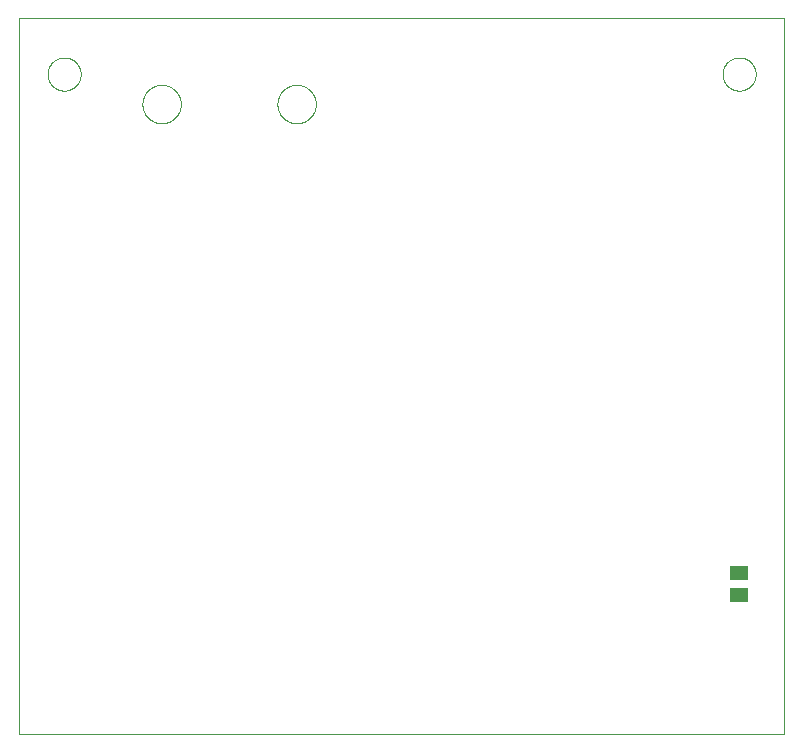
<source format=gtp>
G75*
%MOIN*%
%OFA0B0*%
%FSLAX25Y25*%
%IPPOS*%
%LPD*%
%AMOC8*
5,1,8,0,0,1.08239X$1,22.5*
%
%ADD10C,0.00000*%
%ADD11R,0.06299X0.05118*%
D10*
X0001800Y0001800D02*
X0001800Y0240501D01*
X0256721Y0240501D01*
X0256721Y0001800D01*
X0001800Y0001800D01*
X0042900Y0211800D02*
X0042902Y0211960D01*
X0042908Y0212119D01*
X0042918Y0212278D01*
X0042932Y0212437D01*
X0042950Y0212596D01*
X0042971Y0212754D01*
X0042997Y0212911D01*
X0043027Y0213068D01*
X0043060Y0213224D01*
X0043098Y0213379D01*
X0043139Y0213533D01*
X0043184Y0213686D01*
X0043233Y0213838D01*
X0043286Y0213989D01*
X0043342Y0214138D01*
X0043403Y0214286D01*
X0043466Y0214432D01*
X0043534Y0214577D01*
X0043605Y0214720D01*
X0043679Y0214861D01*
X0043757Y0215000D01*
X0043839Y0215137D01*
X0043924Y0215272D01*
X0044012Y0215405D01*
X0044104Y0215536D01*
X0044198Y0215664D01*
X0044296Y0215790D01*
X0044397Y0215914D01*
X0044501Y0216035D01*
X0044608Y0216153D01*
X0044718Y0216269D01*
X0044831Y0216382D01*
X0044947Y0216492D01*
X0045065Y0216599D01*
X0045186Y0216703D01*
X0045310Y0216804D01*
X0045436Y0216902D01*
X0045564Y0216996D01*
X0045695Y0217088D01*
X0045828Y0217176D01*
X0045963Y0217261D01*
X0046100Y0217343D01*
X0046239Y0217421D01*
X0046380Y0217495D01*
X0046523Y0217566D01*
X0046668Y0217634D01*
X0046814Y0217697D01*
X0046962Y0217758D01*
X0047111Y0217814D01*
X0047262Y0217867D01*
X0047414Y0217916D01*
X0047567Y0217961D01*
X0047721Y0218002D01*
X0047876Y0218040D01*
X0048032Y0218073D01*
X0048189Y0218103D01*
X0048346Y0218129D01*
X0048504Y0218150D01*
X0048663Y0218168D01*
X0048822Y0218182D01*
X0048981Y0218192D01*
X0049140Y0218198D01*
X0049300Y0218200D01*
X0049460Y0218198D01*
X0049619Y0218192D01*
X0049778Y0218182D01*
X0049937Y0218168D01*
X0050096Y0218150D01*
X0050254Y0218129D01*
X0050411Y0218103D01*
X0050568Y0218073D01*
X0050724Y0218040D01*
X0050879Y0218002D01*
X0051033Y0217961D01*
X0051186Y0217916D01*
X0051338Y0217867D01*
X0051489Y0217814D01*
X0051638Y0217758D01*
X0051786Y0217697D01*
X0051932Y0217634D01*
X0052077Y0217566D01*
X0052220Y0217495D01*
X0052361Y0217421D01*
X0052500Y0217343D01*
X0052637Y0217261D01*
X0052772Y0217176D01*
X0052905Y0217088D01*
X0053036Y0216996D01*
X0053164Y0216902D01*
X0053290Y0216804D01*
X0053414Y0216703D01*
X0053535Y0216599D01*
X0053653Y0216492D01*
X0053769Y0216382D01*
X0053882Y0216269D01*
X0053992Y0216153D01*
X0054099Y0216035D01*
X0054203Y0215914D01*
X0054304Y0215790D01*
X0054402Y0215664D01*
X0054496Y0215536D01*
X0054588Y0215405D01*
X0054676Y0215272D01*
X0054761Y0215137D01*
X0054843Y0215000D01*
X0054921Y0214861D01*
X0054995Y0214720D01*
X0055066Y0214577D01*
X0055134Y0214432D01*
X0055197Y0214286D01*
X0055258Y0214138D01*
X0055314Y0213989D01*
X0055367Y0213838D01*
X0055416Y0213686D01*
X0055461Y0213533D01*
X0055502Y0213379D01*
X0055540Y0213224D01*
X0055573Y0213068D01*
X0055603Y0212911D01*
X0055629Y0212754D01*
X0055650Y0212596D01*
X0055668Y0212437D01*
X0055682Y0212278D01*
X0055692Y0212119D01*
X0055698Y0211960D01*
X0055700Y0211800D01*
X0055698Y0211640D01*
X0055692Y0211481D01*
X0055682Y0211322D01*
X0055668Y0211163D01*
X0055650Y0211004D01*
X0055629Y0210846D01*
X0055603Y0210689D01*
X0055573Y0210532D01*
X0055540Y0210376D01*
X0055502Y0210221D01*
X0055461Y0210067D01*
X0055416Y0209914D01*
X0055367Y0209762D01*
X0055314Y0209611D01*
X0055258Y0209462D01*
X0055197Y0209314D01*
X0055134Y0209168D01*
X0055066Y0209023D01*
X0054995Y0208880D01*
X0054921Y0208739D01*
X0054843Y0208600D01*
X0054761Y0208463D01*
X0054676Y0208328D01*
X0054588Y0208195D01*
X0054496Y0208064D01*
X0054402Y0207936D01*
X0054304Y0207810D01*
X0054203Y0207686D01*
X0054099Y0207565D01*
X0053992Y0207447D01*
X0053882Y0207331D01*
X0053769Y0207218D01*
X0053653Y0207108D01*
X0053535Y0207001D01*
X0053414Y0206897D01*
X0053290Y0206796D01*
X0053164Y0206698D01*
X0053036Y0206604D01*
X0052905Y0206512D01*
X0052772Y0206424D01*
X0052637Y0206339D01*
X0052500Y0206257D01*
X0052361Y0206179D01*
X0052220Y0206105D01*
X0052077Y0206034D01*
X0051932Y0205966D01*
X0051786Y0205903D01*
X0051638Y0205842D01*
X0051489Y0205786D01*
X0051338Y0205733D01*
X0051186Y0205684D01*
X0051033Y0205639D01*
X0050879Y0205598D01*
X0050724Y0205560D01*
X0050568Y0205527D01*
X0050411Y0205497D01*
X0050254Y0205471D01*
X0050096Y0205450D01*
X0049937Y0205432D01*
X0049778Y0205418D01*
X0049619Y0205408D01*
X0049460Y0205402D01*
X0049300Y0205400D01*
X0049140Y0205402D01*
X0048981Y0205408D01*
X0048822Y0205418D01*
X0048663Y0205432D01*
X0048504Y0205450D01*
X0048346Y0205471D01*
X0048189Y0205497D01*
X0048032Y0205527D01*
X0047876Y0205560D01*
X0047721Y0205598D01*
X0047567Y0205639D01*
X0047414Y0205684D01*
X0047262Y0205733D01*
X0047111Y0205786D01*
X0046962Y0205842D01*
X0046814Y0205903D01*
X0046668Y0205966D01*
X0046523Y0206034D01*
X0046380Y0206105D01*
X0046239Y0206179D01*
X0046100Y0206257D01*
X0045963Y0206339D01*
X0045828Y0206424D01*
X0045695Y0206512D01*
X0045564Y0206604D01*
X0045436Y0206698D01*
X0045310Y0206796D01*
X0045186Y0206897D01*
X0045065Y0207001D01*
X0044947Y0207108D01*
X0044831Y0207218D01*
X0044718Y0207331D01*
X0044608Y0207447D01*
X0044501Y0207565D01*
X0044397Y0207686D01*
X0044296Y0207810D01*
X0044198Y0207936D01*
X0044104Y0208064D01*
X0044012Y0208195D01*
X0043924Y0208328D01*
X0043839Y0208463D01*
X0043757Y0208600D01*
X0043679Y0208739D01*
X0043605Y0208880D01*
X0043534Y0209023D01*
X0043466Y0209168D01*
X0043403Y0209314D01*
X0043342Y0209462D01*
X0043286Y0209611D01*
X0043233Y0209762D01*
X0043184Y0209914D01*
X0043139Y0210067D01*
X0043098Y0210221D01*
X0043060Y0210376D01*
X0043027Y0210532D01*
X0042997Y0210689D01*
X0042971Y0210846D01*
X0042950Y0211004D01*
X0042932Y0211163D01*
X0042918Y0211322D01*
X0042908Y0211481D01*
X0042902Y0211640D01*
X0042900Y0211800D01*
X0011288Y0221800D02*
X0011290Y0221948D01*
X0011296Y0222096D01*
X0011306Y0222244D01*
X0011320Y0222391D01*
X0011338Y0222538D01*
X0011359Y0222684D01*
X0011385Y0222830D01*
X0011415Y0222975D01*
X0011448Y0223119D01*
X0011486Y0223262D01*
X0011527Y0223404D01*
X0011572Y0223545D01*
X0011620Y0223685D01*
X0011673Y0223824D01*
X0011729Y0223961D01*
X0011789Y0224096D01*
X0011852Y0224230D01*
X0011919Y0224362D01*
X0011990Y0224492D01*
X0012064Y0224620D01*
X0012141Y0224746D01*
X0012222Y0224870D01*
X0012306Y0224992D01*
X0012393Y0225111D01*
X0012484Y0225228D01*
X0012578Y0225343D01*
X0012674Y0225455D01*
X0012774Y0225565D01*
X0012876Y0225671D01*
X0012982Y0225775D01*
X0013090Y0225876D01*
X0013201Y0225974D01*
X0013314Y0226070D01*
X0013430Y0226162D01*
X0013548Y0226251D01*
X0013669Y0226336D01*
X0013792Y0226419D01*
X0013917Y0226498D01*
X0014044Y0226574D01*
X0014173Y0226646D01*
X0014304Y0226715D01*
X0014437Y0226780D01*
X0014572Y0226841D01*
X0014708Y0226899D01*
X0014845Y0226954D01*
X0014984Y0227004D01*
X0015125Y0227051D01*
X0015266Y0227094D01*
X0015409Y0227134D01*
X0015553Y0227169D01*
X0015697Y0227201D01*
X0015843Y0227228D01*
X0015989Y0227252D01*
X0016136Y0227272D01*
X0016283Y0227288D01*
X0016430Y0227300D01*
X0016578Y0227308D01*
X0016726Y0227312D01*
X0016874Y0227312D01*
X0017022Y0227308D01*
X0017170Y0227300D01*
X0017317Y0227288D01*
X0017464Y0227272D01*
X0017611Y0227252D01*
X0017757Y0227228D01*
X0017903Y0227201D01*
X0018047Y0227169D01*
X0018191Y0227134D01*
X0018334Y0227094D01*
X0018475Y0227051D01*
X0018616Y0227004D01*
X0018755Y0226954D01*
X0018892Y0226899D01*
X0019028Y0226841D01*
X0019163Y0226780D01*
X0019296Y0226715D01*
X0019427Y0226646D01*
X0019556Y0226574D01*
X0019683Y0226498D01*
X0019808Y0226419D01*
X0019931Y0226336D01*
X0020052Y0226251D01*
X0020170Y0226162D01*
X0020286Y0226070D01*
X0020399Y0225974D01*
X0020510Y0225876D01*
X0020618Y0225775D01*
X0020724Y0225671D01*
X0020826Y0225565D01*
X0020926Y0225455D01*
X0021022Y0225343D01*
X0021116Y0225228D01*
X0021207Y0225111D01*
X0021294Y0224992D01*
X0021378Y0224870D01*
X0021459Y0224746D01*
X0021536Y0224620D01*
X0021610Y0224492D01*
X0021681Y0224362D01*
X0021748Y0224230D01*
X0021811Y0224096D01*
X0021871Y0223961D01*
X0021927Y0223824D01*
X0021980Y0223685D01*
X0022028Y0223545D01*
X0022073Y0223404D01*
X0022114Y0223262D01*
X0022152Y0223119D01*
X0022185Y0222975D01*
X0022215Y0222830D01*
X0022241Y0222684D01*
X0022262Y0222538D01*
X0022280Y0222391D01*
X0022294Y0222244D01*
X0022304Y0222096D01*
X0022310Y0221948D01*
X0022312Y0221800D01*
X0022310Y0221652D01*
X0022304Y0221504D01*
X0022294Y0221356D01*
X0022280Y0221209D01*
X0022262Y0221062D01*
X0022241Y0220916D01*
X0022215Y0220770D01*
X0022185Y0220625D01*
X0022152Y0220481D01*
X0022114Y0220338D01*
X0022073Y0220196D01*
X0022028Y0220055D01*
X0021980Y0219915D01*
X0021927Y0219776D01*
X0021871Y0219639D01*
X0021811Y0219504D01*
X0021748Y0219370D01*
X0021681Y0219238D01*
X0021610Y0219108D01*
X0021536Y0218980D01*
X0021459Y0218854D01*
X0021378Y0218730D01*
X0021294Y0218608D01*
X0021207Y0218489D01*
X0021116Y0218372D01*
X0021022Y0218257D01*
X0020926Y0218145D01*
X0020826Y0218035D01*
X0020724Y0217929D01*
X0020618Y0217825D01*
X0020510Y0217724D01*
X0020399Y0217626D01*
X0020286Y0217530D01*
X0020170Y0217438D01*
X0020052Y0217349D01*
X0019931Y0217264D01*
X0019808Y0217181D01*
X0019683Y0217102D01*
X0019556Y0217026D01*
X0019427Y0216954D01*
X0019296Y0216885D01*
X0019163Y0216820D01*
X0019028Y0216759D01*
X0018892Y0216701D01*
X0018755Y0216646D01*
X0018616Y0216596D01*
X0018475Y0216549D01*
X0018334Y0216506D01*
X0018191Y0216466D01*
X0018047Y0216431D01*
X0017903Y0216399D01*
X0017757Y0216372D01*
X0017611Y0216348D01*
X0017464Y0216328D01*
X0017317Y0216312D01*
X0017170Y0216300D01*
X0017022Y0216292D01*
X0016874Y0216288D01*
X0016726Y0216288D01*
X0016578Y0216292D01*
X0016430Y0216300D01*
X0016283Y0216312D01*
X0016136Y0216328D01*
X0015989Y0216348D01*
X0015843Y0216372D01*
X0015697Y0216399D01*
X0015553Y0216431D01*
X0015409Y0216466D01*
X0015266Y0216506D01*
X0015125Y0216549D01*
X0014984Y0216596D01*
X0014845Y0216646D01*
X0014708Y0216701D01*
X0014572Y0216759D01*
X0014437Y0216820D01*
X0014304Y0216885D01*
X0014173Y0216954D01*
X0014044Y0217026D01*
X0013917Y0217102D01*
X0013792Y0217181D01*
X0013669Y0217264D01*
X0013548Y0217349D01*
X0013430Y0217438D01*
X0013314Y0217530D01*
X0013201Y0217626D01*
X0013090Y0217724D01*
X0012982Y0217825D01*
X0012876Y0217929D01*
X0012774Y0218035D01*
X0012674Y0218145D01*
X0012578Y0218257D01*
X0012484Y0218372D01*
X0012393Y0218489D01*
X0012306Y0218608D01*
X0012222Y0218730D01*
X0012141Y0218854D01*
X0012064Y0218980D01*
X0011990Y0219108D01*
X0011919Y0219238D01*
X0011852Y0219370D01*
X0011789Y0219504D01*
X0011729Y0219639D01*
X0011673Y0219776D01*
X0011620Y0219915D01*
X0011572Y0220055D01*
X0011527Y0220196D01*
X0011486Y0220338D01*
X0011448Y0220481D01*
X0011415Y0220625D01*
X0011385Y0220770D01*
X0011359Y0220916D01*
X0011338Y0221062D01*
X0011320Y0221209D01*
X0011306Y0221356D01*
X0011296Y0221504D01*
X0011290Y0221652D01*
X0011288Y0221800D01*
X0087900Y0211800D02*
X0087902Y0211960D01*
X0087908Y0212119D01*
X0087918Y0212278D01*
X0087932Y0212437D01*
X0087950Y0212596D01*
X0087971Y0212754D01*
X0087997Y0212911D01*
X0088027Y0213068D01*
X0088060Y0213224D01*
X0088098Y0213379D01*
X0088139Y0213533D01*
X0088184Y0213686D01*
X0088233Y0213838D01*
X0088286Y0213989D01*
X0088342Y0214138D01*
X0088403Y0214286D01*
X0088466Y0214432D01*
X0088534Y0214577D01*
X0088605Y0214720D01*
X0088679Y0214861D01*
X0088757Y0215000D01*
X0088839Y0215137D01*
X0088924Y0215272D01*
X0089012Y0215405D01*
X0089104Y0215536D01*
X0089198Y0215664D01*
X0089296Y0215790D01*
X0089397Y0215914D01*
X0089501Y0216035D01*
X0089608Y0216153D01*
X0089718Y0216269D01*
X0089831Y0216382D01*
X0089947Y0216492D01*
X0090065Y0216599D01*
X0090186Y0216703D01*
X0090310Y0216804D01*
X0090436Y0216902D01*
X0090564Y0216996D01*
X0090695Y0217088D01*
X0090828Y0217176D01*
X0090963Y0217261D01*
X0091100Y0217343D01*
X0091239Y0217421D01*
X0091380Y0217495D01*
X0091523Y0217566D01*
X0091668Y0217634D01*
X0091814Y0217697D01*
X0091962Y0217758D01*
X0092111Y0217814D01*
X0092262Y0217867D01*
X0092414Y0217916D01*
X0092567Y0217961D01*
X0092721Y0218002D01*
X0092876Y0218040D01*
X0093032Y0218073D01*
X0093189Y0218103D01*
X0093346Y0218129D01*
X0093504Y0218150D01*
X0093663Y0218168D01*
X0093822Y0218182D01*
X0093981Y0218192D01*
X0094140Y0218198D01*
X0094300Y0218200D01*
X0094460Y0218198D01*
X0094619Y0218192D01*
X0094778Y0218182D01*
X0094937Y0218168D01*
X0095096Y0218150D01*
X0095254Y0218129D01*
X0095411Y0218103D01*
X0095568Y0218073D01*
X0095724Y0218040D01*
X0095879Y0218002D01*
X0096033Y0217961D01*
X0096186Y0217916D01*
X0096338Y0217867D01*
X0096489Y0217814D01*
X0096638Y0217758D01*
X0096786Y0217697D01*
X0096932Y0217634D01*
X0097077Y0217566D01*
X0097220Y0217495D01*
X0097361Y0217421D01*
X0097500Y0217343D01*
X0097637Y0217261D01*
X0097772Y0217176D01*
X0097905Y0217088D01*
X0098036Y0216996D01*
X0098164Y0216902D01*
X0098290Y0216804D01*
X0098414Y0216703D01*
X0098535Y0216599D01*
X0098653Y0216492D01*
X0098769Y0216382D01*
X0098882Y0216269D01*
X0098992Y0216153D01*
X0099099Y0216035D01*
X0099203Y0215914D01*
X0099304Y0215790D01*
X0099402Y0215664D01*
X0099496Y0215536D01*
X0099588Y0215405D01*
X0099676Y0215272D01*
X0099761Y0215137D01*
X0099843Y0215000D01*
X0099921Y0214861D01*
X0099995Y0214720D01*
X0100066Y0214577D01*
X0100134Y0214432D01*
X0100197Y0214286D01*
X0100258Y0214138D01*
X0100314Y0213989D01*
X0100367Y0213838D01*
X0100416Y0213686D01*
X0100461Y0213533D01*
X0100502Y0213379D01*
X0100540Y0213224D01*
X0100573Y0213068D01*
X0100603Y0212911D01*
X0100629Y0212754D01*
X0100650Y0212596D01*
X0100668Y0212437D01*
X0100682Y0212278D01*
X0100692Y0212119D01*
X0100698Y0211960D01*
X0100700Y0211800D01*
X0100698Y0211640D01*
X0100692Y0211481D01*
X0100682Y0211322D01*
X0100668Y0211163D01*
X0100650Y0211004D01*
X0100629Y0210846D01*
X0100603Y0210689D01*
X0100573Y0210532D01*
X0100540Y0210376D01*
X0100502Y0210221D01*
X0100461Y0210067D01*
X0100416Y0209914D01*
X0100367Y0209762D01*
X0100314Y0209611D01*
X0100258Y0209462D01*
X0100197Y0209314D01*
X0100134Y0209168D01*
X0100066Y0209023D01*
X0099995Y0208880D01*
X0099921Y0208739D01*
X0099843Y0208600D01*
X0099761Y0208463D01*
X0099676Y0208328D01*
X0099588Y0208195D01*
X0099496Y0208064D01*
X0099402Y0207936D01*
X0099304Y0207810D01*
X0099203Y0207686D01*
X0099099Y0207565D01*
X0098992Y0207447D01*
X0098882Y0207331D01*
X0098769Y0207218D01*
X0098653Y0207108D01*
X0098535Y0207001D01*
X0098414Y0206897D01*
X0098290Y0206796D01*
X0098164Y0206698D01*
X0098036Y0206604D01*
X0097905Y0206512D01*
X0097772Y0206424D01*
X0097637Y0206339D01*
X0097500Y0206257D01*
X0097361Y0206179D01*
X0097220Y0206105D01*
X0097077Y0206034D01*
X0096932Y0205966D01*
X0096786Y0205903D01*
X0096638Y0205842D01*
X0096489Y0205786D01*
X0096338Y0205733D01*
X0096186Y0205684D01*
X0096033Y0205639D01*
X0095879Y0205598D01*
X0095724Y0205560D01*
X0095568Y0205527D01*
X0095411Y0205497D01*
X0095254Y0205471D01*
X0095096Y0205450D01*
X0094937Y0205432D01*
X0094778Y0205418D01*
X0094619Y0205408D01*
X0094460Y0205402D01*
X0094300Y0205400D01*
X0094140Y0205402D01*
X0093981Y0205408D01*
X0093822Y0205418D01*
X0093663Y0205432D01*
X0093504Y0205450D01*
X0093346Y0205471D01*
X0093189Y0205497D01*
X0093032Y0205527D01*
X0092876Y0205560D01*
X0092721Y0205598D01*
X0092567Y0205639D01*
X0092414Y0205684D01*
X0092262Y0205733D01*
X0092111Y0205786D01*
X0091962Y0205842D01*
X0091814Y0205903D01*
X0091668Y0205966D01*
X0091523Y0206034D01*
X0091380Y0206105D01*
X0091239Y0206179D01*
X0091100Y0206257D01*
X0090963Y0206339D01*
X0090828Y0206424D01*
X0090695Y0206512D01*
X0090564Y0206604D01*
X0090436Y0206698D01*
X0090310Y0206796D01*
X0090186Y0206897D01*
X0090065Y0207001D01*
X0089947Y0207108D01*
X0089831Y0207218D01*
X0089718Y0207331D01*
X0089608Y0207447D01*
X0089501Y0207565D01*
X0089397Y0207686D01*
X0089296Y0207810D01*
X0089198Y0207936D01*
X0089104Y0208064D01*
X0089012Y0208195D01*
X0088924Y0208328D01*
X0088839Y0208463D01*
X0088757Y0208600D01*
X0088679Y0208739D01*
X0088605Y0208880D01*
X0088534Y0209023D01*
X0088466Y0209168D01*
X0088403Y0209314D01*
X0088342Y0209462D01*
X0088286Y0209611D01*
X0088233Y0209762D01*
X0088184Y0209914D01*
X0088139Y0210067D01*
X0088098Y0210221D01*
X0088060Y0210376D01*
X0088027Y0210532D01*
X0087997Y0210689D01*
X0087971Y0210846D01*
X0087950Y0211004D01*
X0087932Y0211163D01*
X0087918Y0211322D01*
X0087908Y0211481D01*
X0087902Y0211640D01*
X0087900Y0211800D01*
X0236288Y0221800D02*
X0236290Y0221948D01*
X0236296Y0222096D01*
X0236306Y0222244D01*
X0236320Y0222391D01*
X0236338Y0222538D01*
X0236359Y0222684D01*
X0236385Y0222830D01*
X0236415Y0222975D01*
X0236448Y0223119D01*
X0236486Y0223262D01*
X0236527Y0223404D01*
X0236572Y0223545D01*
X0236620Y0223685D01*
X0236673Y0223824D01*
X0236729Y0223961D01*
X0236789Y0224096D01*
X0236852Y0224230D01*
X0236919Y0224362D01*
X0236990Y0224492D01*
X0237064Y0224620D01*
X0237141Y0224746D01*
X0237222Y0224870D01*
X0237306Y0224992D01*
X0237393Y0225111D01*
X0237484Y0225228D01*
X0237578Y0225343D01*
X0237674Y0225455D01*
X0237774Y0225565D01*
X0237876Y0225671D01*
X0237982Y0225775D01*
X0238090Y0225876D01*
X0238201Y0225974D01*
X0238314Y0226070D01*
X0238430Y0226162D01*
X0238548Y0226251D01*
X0238669Y0226336D01*
X0238792Y0226419D01*
X0238917Y0226498D01*
X0239044Y0226574D01*
X0239173Y0226646D01*
X0239304Y0226715D01*
X0239437Y0226780D01*
X0239572Y0226841D01*
X0239708Y0226899D01*
X0239845Y0226954D01*
X0239984Y0227004D01*
X0240125Y0227051D01*
X0240266Y0227094D01*
X0240409Y0227134D01*
X0240553Y0227169D01*
X0240697Y0227201D01*
X0240843Y0227228D01*
X0240989Y0227252D01*
X0241136Y0227272D01*
X0241283Y0227288D01*
X0241430Y0227300D01*
X0241578Y0227308D01*
X0241726Y0227312D01*
X0241874Y0227312D01*
X0242022Y0227308D01*
X0242170Y0227300D01*
X0242317Y0227288D01*
X0242464Y0227272D01*
X0242611Y0227252D01*
X0242757Y0227228D01*
X0242903Y0227201D01*
X0243047Y0227169D01*
X0243191Y0227134D01*
X0243334Y0227094D01*
X0243475Y0227051D01*
X0243616Y0227004D01*
X0243755Y0226954D01*
X0243892Y0226899D01*
X0244028Y0226841D01*
X0244163Y0226780D01*
X0244296Y0226715D01*
X0244427Y0226646D01*
X0244556Y0226574D01*
X0244683Y0226498D01*
X0244808Y0226419D01*
X0244931Y0226336D01*
X0245052Y0226251D01*
X0245170Y0226162D01*
X0245286Y0226070D01*
X0245399Y0225974D01*
X0245510Y0225876D01*
X0245618Y0225775D01*
X0245724Y0225671D01*
X0245826Y0225565D01*
X0245926Y0225455D01*
X0246022Y0225343D01*
X0246116Y0225228D01*
X0246207Y0225111D01*
X0246294Y0224992D01*
X0246378Y0224870D01*
X0246459Y0224746D01*
X0246536Y0224620D01*
X0246610Y0224492D01*
X0246681Y0224362D01*
X0246748Y0224230D01*
X0246811Y0224096D01*
X0246871Y0223961D01*
X0246927Y0223824D01*
X0246980Y0223685D01*
X0247028Y0223545D01*
X0247073Y0223404D01*
X0247114Y0223262D01*
X0247152Y0223119D01*
X0247185Y0222975D01*
X0247215Y0222830D01*
X0247241Y0222684D01*
X0247262Y0222538D01*
X0247280Y0222391D01*
X0247294Y0222244D01*
X0247304Y0222096D01*
X0247310Y0221948D01*
X0247312Y0221800D01*
X0247310Y0221652D01*
X0247304Y0221504D01*
X0247294Y0221356D01*
X0247280Y0221209D01*
X0247262Y0221062D01*
X0247241Y0220916D01*
X0247215Y0220770D01*
X0247185Y0220625D01*
X0247152Y0220481D01*
X0247114Y0220338D01*
X0247073Y0220196D01*
X0247028Y0220055D01*
X0246980Y0219915D01*
X0246927Y0219776D01*
X0246871Y0219639D01*
X0246811Y0219504D01*
X0246748Y0219370D01*
X0246681Y0219238D01*
X0246610Y0219108D01*
X0246536Y0218980D01*
X0246459Y0218854D01*
X0246378Y0218730D01*
X0246294Y0218608D01*
X0246207Y0218489D01*
X0246116Y0218372D01*
X0246022Y0218257D01*
X0245926Y0218145D01*
X0245826Y0218035D01*
X0245724Y0217929D01*
X0245618Y0217825D01*
X0245510Y0217724D01*
X0245399Y0217626D01*
X0245286Y0217530D01*
X0245170Y0217438D01*
X0245052Y0217349D01*
X0244931Y0217264D01*
X0244808Y0217181D01*
X0244683Y0217102D01*
X0244556Y0217026D01*
X0244427Y0216954D01*
X0244296Y0216885D01*
X0244163Y0216820D01*
X0244028Y0216759D01*
X0243892Y0216701D01*
X0243755Y0216646D01*
X0243616Y0216596D01*
X0243475Y0216549D01*
X0243334Y0216506D01*
X0243191Y0216466D01*
X0243047Y0216431D01*
X0242903Y0216399D01*
X0242757Y0216372D01*
X0242611Y0216348D01*
X0242464Y0216328D01*
X0242317Y0216312D01*
X0242170Y0216300D01*
X0242022Y0216292D01*
X0241874Y0216288D01*
X0241726Y0216288D01*
X0241578Y0216292D01*
X0241430Y0216300D01*
X0241283Y0216312D01*
X0241136Y0216328D01*
X0240989Y0216348D01*
X0240843Y0216372D01*
X0240697Y0216399D01*
X0240553Y0216431D01*
X0240409Y0216466D01*
X0240266Y0216506D01*
X0240125Y0216549D01*
X0239984Y0216596D01*
X0239845Y0216646D01*
X0239708Y0216701D01*
X0239572Y0216759D01*
X0239437Y0216820D01*
X0239304Y0216885D01*
X0239173Y0216954D01*
X0239044Y0217026D01*
X0238917Y0217102D01*
X0238792Y0217181D01*
X0238669Y0217264D01*
X0238548Y0217349D01*
X0238430Y0217438D01*
X0238314Y0217530D01*
X0238201Y0217626D01*
X0238090Y0217724D01*
X0237982Y0217825D01*
X0237876Y0217929D01*
X0237774Y0218035D01*
X0237674Y0218145D01*
X0237578Y0218257D01*
X0237484Y0218372D01*
X0237393Y0218489D01*
X0237306Y0218608D01*
X0237222Y0218730D01*
X0237141Y0218854D01*
X0237064Y0218980D01*
X0236990Y0219108D01*
X0236919Y0219238D01*
X0236852Y0219370D01*
X0236789Y0219504D01*
X0236729Y0219639D01*
X0236673Y0219776D01*
X0236620Y0219915D01*
X0236572Y0220055D01*
X0236527Y0220196D01*
X0236486Y0220338D01*
X0236448Y0220481D01*
X0236415Y0220625D01*
X0236385Y0220770D01*
X0236359Y0220916D01*
X0236338Y0221062D01*
X0236320Y0221209D01*
X0236306Y0221356D01*
X0236296Y0221504D01*
X0236290Y0221652D01*
X0236288Y0221800D01*
D11*
X0241800Y0055540D03*
X0241800Y0048060D03*
M02*

</source>
